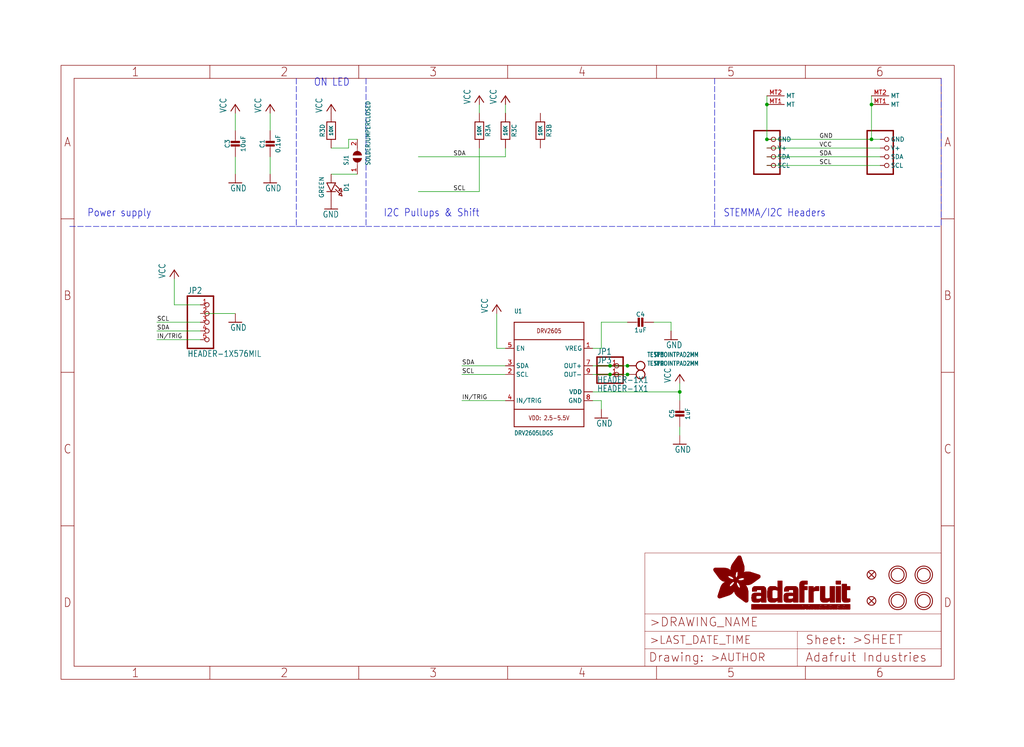
<source format=kicad_sch>
(kicad_sch (version 20211123) (generator eeschema)
  (paper "User" 298.45 217.881)
  (lib_symbols
    (symbol "eagleSchem-eagle-import:CAP_CERAMIC0603_NO"
      (property "Reference" "C" (at -2.29 1.25 90))
      (property "Value" "CAP_CERAMIC0603_NO" (at 2.3 1.25 90))
      (symbol "CAP_CERAMIC0603_NO_1_0"
        (pin passive line (at 0 5.08 270) (length 2.54) (name "1") (number "1"))
        (pin passive line (at 0 -2.54 90) (length 2.54) (name "2") (number "2"))
      )
    )
    (symbol "eagleSchem-eagle-import:CAP_CERAMIC0805-NOOUTLINE"
      (property "Reference" "C" (at -2.29 1.25 90))
      (property "Value" "CAP_CERAMIC0805-NOOUTLINE" (at 2.3 1.25 90))
      (symbol "CAP_CERAMIC0805-NOOUTLINE_1_0"
        (pin passive line (at 0 5.08 270) (length 2.54) (name "1") (number "1"))
        (pin passive line (at 0 -2.54 90) (length 2.54) (name "2") (number "2"))
      )
    )
    (symbol "eagleSchem-eagle-import:DRV2605_SOP"
      (property "Reference" "U" (at -10.16 17.78 0))
      (property "Value" "DRV2605_SOP" (at -10.16 -17.78 0))
      (symbol "DRV2605_SOP_1_0"
        (text "DRV2605" (at 0 12.7 0) (effects (font (size 1.27 1.0795))))
        (text "VDD: 2.5-5.5V" (at 0 -12.7 0) (effects (font (size 1.27 1.0795))))
        (pin output line (at 12.7 7.62 180) (length 2.54) (name "VREG") (number "1"))
        (pin power_in line (at 12.7 -5.08 180) (length 2.54) (name "VDD") (number "10"))
        (pin input line (at -12.7 0 0) (length 2.54) (name "SCL") (number "2"))
        (pin bidirectional line (at -12.7 2.54 0) (length 2.54) (name "SDA") (number "3"))
        (pin input line (at -12.7 -7.62 0) (length 2.54) (name "IN/TRIG") (number "4"))
        (pin input line (at -12.7 7.62 0) (length 2.54) (name "EN") (number "5"))
        (pin power_in line (at 12.7 -5.08 180) (length 2.54) (name "VDD") (number "6"))
        (pin output line (at 12.7 2.54 180) (length 2.54) (name "OUT+") (number "7"))
        (pin power_in line (at 12.7 -7.62 180) (length 2.54) (name "GND") (number "8"))
        (pin output line (at 12.7 0 180) (length 2.54) (name "OUT-") (number "9"))
      )
    )
    (symbol "eagleSchem-eagle-import:FIDUCIAL_1MM")
    (symbol "eagleSchem-eagle-import:FRAME_A4_ADAFRUIT"
      (symbol "FRAME_A4_ADAFRUIT_0_0"
        (text "1" (at 21.6958 1.905 0) (effects (font (size 2.54 2.286))))
        (text "1" (at 21.6958 177.165 0) (effects (font (size 2.54 2.286))))
        (text "2" (at 65.0875 1.905 0) (effects (font (size 2.54 2.286))))
        (text "2" (at 65.0875 177.165 0) (effects (font (size 2.54 2.286))))
        (text "3" (at 108.4792 1.905 0) (effects (font (size 2.54 2.286))))
        (text "3" (at 108.4792 177.165 0) (effects (font (size 2.54 2.286))))
        (text "4" (at 151.8708 1.905 0) (effects (font (size 2.54 2.286))))
        (text "4" (at 151.8708 177.165 0) (effects (font (size 2.54 2.286))))
        (text "5" (at 195.2625 1.905 0) (effects (font (size 2.54 2.286))))
        (text "5" (at 195.2625 177.165 0) (effects (font (size 2.54 2.286))))
        (text "6" (at 238.6542 1.905 0) (effects (font (size 2.54 2.286))))
        (text "6" (at 238.6542 177.165 0) (effects (font (size 2.54 2.286))))
        (text "A" (at 1.905 156.6863 0) (effects (font (size 2.54 2.286))))
        (text "A" (at 258.445 156.6863 0) (effects (font (size 2.54 2.286))))
        (text "B" (at 1.905 111.9188 0) (effects (font (size 2.54 2.286))))
        (text "B" (at 258.445 111.9188 0) (effects (font (size 2.54 2.286))))
        (text "C" (at 1.905 67.1513 0) (effects (font (size 2.54 2.286))))
        (text "C" (at 258.445 67.1513 0) (effects (font (size 2.54 2.286))))
        (text "D" (at 1.905 22.3838 0) (effects (font (size 2.54 2.286))))
        (text "D" (at 258.445 22.3838 0) (effects (font (size 2.54 2.286))))
      )
      (symbol "FRAME_A4_ADAFRUIT_1_0"
        (text ">AUTHOR" (at 189.23 5.08 0) (effects (font (size 2.286 2.286)) (justify left bottom)))
        (text ">DRAWING_NAME" (at 171.45 15.24 0) (effects (font (size 2.54 2.54)) (justify left bottom)))
        (text ">LAST_DATE_TIME" (at 171.45 10.16 0) (effects (font (size 2.286 2.286)) (justify left bottom)))
        (text ">SHEET" (at 230.505 10.16 0) (effects (font (size 2.54 2.54)) (justify left bottom)))
        (text "Adafruit Industries" (at 216.916 4.953 0) (effects (font (size 2.54 2.54)) (justify left bottom)))
        (text "Drawing:" (at 171.196 4.953 0) (effects (font (size 2.54 2.54)) (justify left bottom)))
        (text "Sheet:" (at 216.916 10.033 0) (effects (font (size 2.54 2.54)) (justify left bottom)))
      )
    )
    (symbol "eagleSchem-eagle-import:GND" (power)
      (property "Value" "GND" (at -2.54 -2.54 0))
      (symbol "GND_1_0"
        (pin power_in line (at 0 2.54 270) (length 2.54) (name "GND") (number "1"))
      )
    )
    (symbol "eagleSchem-eagle-import:HEADER-1X1"
      (property "Reference" "JP" (at -6.35 3.175 0))
      (property "Value" "HEADER-1X1" (at -6.35 -5.08 0))
      (symbol "HEADER-1X1_1_0"
        (pin passive inverted (at -2.54 0 0) (length 2.54) (name "1") (number "1"))
      )
    )
    (symbol "eagleSchem-eagle-import:HEADER-1X576MIL"
      (property "Reference" "JP" (at -6.35 8.255 0))
      (property "Value" "HEADER-1X576MIL" (at -6.35 -10.16 0))
      (symbol "HEADER-1X576MIL_1_0"
        (pin passive inverted (at -2.54 5.08 0) (length 2.54) (name "1") (number "1"))
        (pin passive inverted (at -2.54 2.54 0) (length 2.54) (name "2") (number "2"))
        (pin passive inverted (at -2.54 0 0) (length 2.54) (name "3") (number "3"))
        (pin passive inverted (at -2.54 -2.54 0) (length 2.54) (name "4") (number "4"))
        (pin passive inverted (at -2.54 -5.08 0) (length 2.54) (name "5") (number "5"))
      )
    )
    (symbol "eagleSchem-eagle-import:LED0603_NOOUTLINE"
      (property "Reference" "D" (at -1.27 4.445 0))
      (property "Value" "LED0603_NOOUTLINE" (at -1.27 -2.794 0))
      (symbol "LED0603_NOOUTLINE_1_0"
        (pin passive line (at -5.08 0 0) (length 2.54) (name "A") (number "A"))
        (pin passive line (at 2.54 0 180) (length 2.54) (name "C") (number "C"))
      )
    )
    (symbol "eagleSchem-eagle-import:MOUNTINGHOLE2.5")
    (symbol "eagleSchem-eagle-import:RESISTOR_4PACK"
      (property "Reference" "R" (at 0 2.54 0))
      (property "Value" "RESISTOR_4PACK" (at 0 0 0))
      (symbol "RESISTOR_4PACK_1_0"
        (pin passive line (at -5.08 0 0) (length 2.54) (name "1") (number "1"))
        (pin passive line (at 5.08 0 180) (length 2.54) (name "2") (number "8"))
      )
      (symbol "RESISTOR_4PACK_2_0"
        (pin passive line (at -5.08 0 0) (length 2.54) (name "1") (number "2"))
        (pin passive line (at 5.08 0 180) (length 2.54) (name "2") (number "7"))
      )
      (symbol "RESISTOR_4PACK_3_0"
        (pin passive line (at -5.08 0 0) (length 2.54) (name "1") (number "3"))
        (pin passive line (at 5.08 0 180) (length 2.54) (name "2") (number "6"))
      )
      (symbol "RESISTOR_4PACK_4_0"
        (pin passive line (at -5.08 0 0) (length 2.54) (name "1") (number "4"))
        (pin passive line (at 5.08 0 180) (length 2.54) (name "2") (number "5"))
      )
    )
    (symbol "eagleSchem-eagle-import:SOLDERJUMPERCLOSED"
      (property "Reference" "SJ" (at -2.54 2.54 0))
      (property "Value" "SOLDERJUMPERCLOSED" (at -2.54 -3.81 0))
      (symbol "SOLDERJUMPERCLOSED_1_0"
        (pin passive line (at -5.08 0 0) (length 2.54) (name "1") (number "1"))
        (pin passive line (at 5.08 0 180) (length 2.54) (name "2") (number "2"))
      )
    )
    (symbol "eagleSchem-eagle-import:STEMMA_I2C_QT"
      (symbol "STEMMA_I2C_QT_1_0"
        (pin passive inverted (at 0 5.08 0) (length 2.54) (name "GND") (number "1"))
        (pin passive inverted (at 0 2.54 0) (length 2.54) (name "V+") (number "2"))
        (pin passive inverted (at 0 0 0) (length 2.54) (name "SDA") (number "3"))
        (pin passive inverted (at 0 -2.54 0) (length 2.54) (name "SCL") (number "4"))
      )
      (symbol "STEMMA_I2C_QT_2_0"
        (pin bidirectional line (at 0 0 0) (length 5.08) (name "MT") (number "MT1"))
      )
      (symbol "STEMMA_I2C_QT_3_0"
        (pin bidirectional line (at 0 0 0) (length 5.08) (name "MT") (number "MT2"))
      )
    )
    (symbol "eagleSchem-eagle-import:TESTPOINTPAD2MM"
      (property "Reference" "TP" (at 0 5.588 90))
      (property "Value" "TESTPOINTPAD2MM" (at 1.651 5.588 90))
      (symbol "TESTPOINTPAD2MM_1_0"
        (pin bidirectional line (at 0 0 90) (length 2.54) (name "P$1") (number "P$1"))
      )
    )
    (symbol "eagleSchem-eagle-import:VCC" (power)
      (property "Value" "VCC" (at -2.54 -2.54 90))
      (symbol "VCC_1_0"
        (pin power_in line (at 0 -2.54 90) (length 2.54) (name "VCC") (number "1"))
      )
    )
  )
  (junction (at 177.8 109.22))
  (junction (at 254 40.64))
  (junction (at 254 30.48))
  (junction (at 182.88 106.68))
  (junction (at 182.88 109.22))
  (junction (at 223.52 30.48))
  (junction (at 177.8 106.68))
  (junction (at 223.52 40.64))
  (junction (at 198.12 114.3))
  (wire (pts (xy 177.8 109.22) (xy 182.88 109.22)))
  (wire (pts (xy 254 40.64) (xy 223.52 40.64)))
  (wire (pts (xy 175.26 116.84) (xy 175.26 119.38)))
  (wire (pts (xy 96.52 43.18) (xy 101.6 43.18)))
  (wire (pts (xy 172.72 114.3) (xy 198.12 114.3)))
  (wire (pts (xy 172.72 106.68) (xy 177.8 106.68)))
  (wire (pts (xy 172.72 109.22) (xy 177.8 109.22)))
  (wire (pts (xy 147.32 33.02) (xy 147.32 30.48)))
  (wire (pts (xy 198.12 114.3) (xy 198.12 116.84)))
  (wire (pts (xy 254 30.48) (xy 254 40.64)))
  (wire (pts (xy 58.42 93.98) (xy 45.72 93.98)))
  (wire (pts (xy 223.52 48.26) (xy 256.54 48.26)))
  (wire (pts (xy 175.26 93.98) (xy 182.88 93.98)))
  (wire (pts (xy 50.8 88.9) (xy 50.8 81.28)))
  (wire (pts (xy 254 27.94) (xy 254 30.48)))
  (wire (pts (xy 147.32 43.18) (xy 147.32 45.72)))
  (polyline (pts (xy 274.32 22.86) (xy 274.32 66.04)))
  (wire (pts (xy 147.32 116.84) (xy 134.62 116.84)))
  (wire (pts (xy 58.42 96.52) (xy 45.72 96.52)))
  (wire (pts (xy 177.8 106.68) (xy 182.88 106.68)))
  (wire (pts (xy 172.72 101.6) (xy 175.26 101.6)))
  (wire (pts (xy 96.52 50.8) (xy 104.14 50.8)))
  (wire (pts (xy 256.54 45.72) (xy 223.52 45.72)))
  (wire (pts (xy 223.52 43.18) (xy 256.54 43.18)))
  (wire (pts (xy 256.54 40.64) (xy 254 40.64)))
  (polyline (pts (xy 86.36 66.04) (xy 106.68 66.04)))
  (wire (pts (xy 139.7 30.48) (xy 139.7 33.02)))
  (wire (pts (xy 198.12 114.3) (xy 198.12 111.76)))
  (polyline (pts (xy 20.32 66.04) (xy 86.36 66.04)))
  (wire (pts (xy 78.74 33.02) (xy 78.74 38.1)))
  (wire (pts (xy 195.58 93.98) (xy 195.58 96.52)))
  (wire (pts (xy 139.7 43.18) (xy 139.7 55.88)))
  (wire (pts (xy 172.72 116.84) (xy 175.26 116.84)))
  (wire (pts (xy 198.12 124.46) (xy 198.12 127)))
  (wire (pts (xy 101.6 40.64) (xy 104.14 40.64)))
  (wire (pts (xy 147.32 45.72) (xy 121.92 45.72)))
  (wire (pts (xy 58.42 99.06) (xy 45.72 99.06)))
  (wire (pts (xy 190.5 93.98) (xy 195.58 93.98)))
  (wire (pts (xy 101.6 43.18) (xy 101.6 40.64)))
  (wire (pts (xy 68.58 33.02) (xy 68.58 38.1)))
  (wire (pts (xy 68.58 45.72) (xy 68.58 50.8)))
  (wire (pts (xy 223.52 30.48) (xy 223.52 40.64)))
  (wire (pts (xy 147.32 109.22) (xy 134.62 109.22)))
  (wire (pts (xy 58.42 88.9) (xy 50.8 88.9)))
  (wire (pts (xy 78.74 45.72) (xy 78.74 50.8)))
  (wire (pts (xy 144.78 101.6) (xy 144.78 91.44)))
  (polyline (pts (xy 86.36 22.86) (xy 86.36 66.04)))
  (wire (pts (xy 223.52 27.94) (xy 223.52 30.48)))
  (wire (pts (xy 139.7 55.88) (xy 121.92 55.88)))
  (polyline (pts (xy 106.68 22.86) (xy 106.68 66.04)))
  (wire (pts (xy 58.42 91.44) (xy 68.58 91.44)))
  (polyline (pts (xy 106.68 66.04) (xy 208.28 66.04)))
  (wire (pts (xy 147.32 101.6) (xy 144.78 101.6)))
  (wire (pts (xy 147.32 106.68) (xy 134.62 106.68)))
  (polyline (pts (xy 208.28 66.04) (xy 274.32 66.04)))
  (wire (pts (xy 175.26 101.6) (xy 175.26 93.98)))
  (polyline (pts (xy 208.28 22.86) (xy 208.28 66.04)))
  (text "STEMMA/I2C Headers" (at 210.82 63.5 180) (effects (font (size 2.1844 1.8567)) (justify left bottom)))
  (text "I2C Pullups & Shift" (at 111.76 63.5 180) (effects (font (size 2.1844 1.8567)) (justify left bottom)))
  (text "ON LED" (at 91.44 25.4 180) (effects (font (size 2.1844 1.8567)) (justify left bottom)))
  (text "Power supply" (at 25.4 63.5 180) (effects (font (size 2.1844 1.8567)) (justify left bottom)))
  (label "SDA" (at 134.62 106.68 0) (effects (font (size 1.2446 1.2446))))
  (label "VCC" (at 238.76 43.18 0) (effects (font (size 1.2446 1.2446))))
  (label "GND" (at 238.76 40.64 0) (effects (font (size 1.2446 1.2446))))
  (label "SDA" (at 238.76 45.72 0) (effects (font (size 1.2446 1.2446))))
  (label "SCL" (at 238.76 48.26 0) (effects (font (size 1.2446 1.2446))))
  (label "IN/TRIG" (at 134.62 116.84 0) (effects (font (size 1.2446 1.2446))))
  (label "SCL" (at 45.72 93.98 0) (effects (font (size 1.2446 1.2446))))
  (label "SDA" (at 45.72 96.52 0) (effects (font (size 1.2446 1.2446))))
  (label "SDA" (at 132.08 45.72 0) (effects (font (size 1.2446 1.2446))))
  (label "SCL" (at 134.62 109.22 0) (effects (font (size 1.2446 1.2446))))
  (label "SCL" (at 132.08 55.88 0) (effects (font (size 1.2446 1.2446))))
  (label "IN/TRIG" (at 45.72 99.06 0) (effects (font (size 1.2446 1.2446))))
  (symbol (lib_id "eagleSchem-eagle-import:CAP_CERAMIC0805-NOOUTLINE") (at 68.58 43.18 0) (unit 1)
    (property "Reference" "C3" (at 66.29 41.93 90))
    (property "Value" "10uF" (at 70.88 41.93 90))
    (property "Footprint" "eagleSchem:0805-NO" (effects hide))
  )
  (symbol (lib_id "eagleSchem-eagle-import:RESISTOR_4PACK") (at 96.52 38.1 90) (unit 4)
    (property "Reference" "R3" (at 93.98 38.1 0))
    (property "Value" "10K" (at 96.52 38.1 0) (effects (font (size 1.016 1.016) bold)))
    (property "Footprint" "eagleSchem:RESPACK_4X0603" (effects hide))
  )
  (symbol (lib_id "eagleSchem-eagle-import:TESTPOINTPAD2MM") (at 182.88 109.22 270) (unit 1)
    (property "Reference" "TP2" (at 190.5 106.68 90) (effects (font (size 1.27 1.0795)) (justify left bottom)))
    (property "Value" "TESTPOINTPAD2MM" (at 188.595 106.68 90) (effects (font (size 1.27 1.0795)) (justify left bottom)))
    (property "Footprint" "eagleSchem:TESTPOINT_PAD_2MM" (effects hide))
  )
  (symbol (lib_id "eagleSchem-eagle-import:VCC") (at 198.12 109.22 0) (unit 1)
    (property "Reference" "#P+7" (effects hide))
    (property "Value" "VCC" (at 195.58 111.76 90) (effects (font (size 1.778 1.5113)) (justify left bottom)))
    (property "Footprint" "eagleSchem:" (effects hide))
  )
  (symbol (lib_id "eagleSchem-eagle-import:CAP_CERAMIC0603_NO") (at 185.42 93.98 270) (unit 1)
    (property "Reference" "C4" (at 186.67 91.69 90))
    (property "Value" "1uF" (at 186.67 96.28 90))
    (property "Footprint" "eagleSchem:0603-NO" (effects hide))
  )
  (symbol (lib_id "eagleSchem-eagle-import:VCC") (at 139.7 27.94 0) (unit 1)
    (property "Reference" "#P+1" (effects hide))
    (property "Value" "VCC" (at 137.16 30.48 90) (effects (font (size 1.778 1.5113)) (justify left bottom)))
    (property "Footprint" "eagleSchem:" (effects hide))
  )
  (symbol (lib_id "eagleSchem-eagle-import:FRAME_A4_ADAFRUIT") (at 17.78 198.12 0) (unit 1)
    (property "Reference" "#U$18" (effects hide))
    (property "Value" "FRAME_A4_ADAFRUIT" (effects hide))
    (property "Footprint" "eagleSchem:" (effects hide))
  )
  (symbol (lib_id "eagleSchem-eagle-import:VCC") (at 68.58 30.48 0) (unit 1)
    (property "Reference" "#P+3" (effects hide))
    (property "Value" "VCC" (at 66.04 33.02 90) (effects (font (size 1.778 1.5113)) (justify left bottom)))
    (property "Footprint" "eagleSchem:" (effects hide))
  )
  (symbol (lib_id "eagleSchem-eagle-import:GND") (at 68.58 53.34 0) (unit 1)
    (property "Reference" "#U$5" (effects hide))
    (property "Value" "GND" (at 67.056 55.88 0) (effects (font (size 1.778 1.5113)) (justify left bottom)))
    (property "Footprint" "eagleSchem:" (effects hide))
  )
  (symbol (lib_id "eagleSchem-eagle-import:LED0603_NOOUTLINE") (at 96.52 55.88 270) (unit 1)
    (property "Reference" "D1" (at 100.965 54.61 0))
    (property "Value" "GREEN" (at 93.726 54.61 0))
    (property "Footprint" "eagleSchem:CHIPLED_0603_NOOUTLINE" (effects hide))
  )
  (symbol (lib_id "eagleSchem-eagle-import:HEADER-1X1") (at 180.34 106.68 0) (unit 1)
    (property "Reference" "JP1" (at 173.99 103.505 0) (effects (font (size 1.778 1.5113)) (justify left bottom)))
    (property "Value" "HEADER-1X1" (at 173.99 111.76 0) (effects (font (size 1.778 1.5113)) (justify left bottom)))
    (property "Footprint" "eagleSchem:1X01_OVAL" (effects hide))
  )
  (symbol (lib_id "eagleSchem-eagle-import:CAP_CERAMIC0603_NO") (at 78.74 43.18 0) (unit 1)
    (property "Reference" "C1" (at 76.45 41.93 90))
    (property "Value" "0.1uF" (at 81.04 41.93 90))
    (property "Footprint" "eagleSchem:0603-NO" (effects hide))
  )
  (symbol (lib_id "eagleSchem-eagle-import:CAP_CERAMIC0603_NO") (at 198.12 121.92 0) (unit 1)
    (property "Reference" "C5" (at 195.83 120.67 90))
    (property "Value" "1uF" (at 200.42 120.67 90))
    (property "Footprint" "eagleSchem:0603-NO" (effects hide))
  )
  (symbol (lib_id "eagleSchem-eagle-import:VCC") (at 144.78 88.9 0) (unit 1)
    (property "Reference" "#P+8" (effects hide))
    (property "Value" "VCC" (at 142.24 91.44 90) (effects (font (size 1.778 1.5113)) (justify left bottom)))
    (property "Footprint" "eagleSchem:" (effects hide))
  )
  (symbol (lib_id "eagleSchem-eagle-import:STEMMA_I2C_QT") (at 256.54 45.72 0) (unit 1)
    (property "Reference" "CONN4" (effects hide))
    (property "Value" "STEMMA_I2C_QT" (effects hide))
    (property "Footprint" "eagleSchem:JST_SH4" (effects hide))
  )
  (symbol (lib_id "eagleSchem-eagle-import:STEMMA_I2C_QT") (at 223.52 27.94 0) (unit 3)
    (property "Reference" "CONN3" (effects hide))
    (property "Value" "STEMMA_I2C_QT" (effects hide))
    (property "Footprint" "eagleSchem:JST_SH4" (effects hide))
  )
  (symbol (lib_id "eagleSchem-eagle-import:RESISTOR_4PACK") (at 139.7 38.1 270) (unit 1)
    (property "Reference" "R3" (at 142.24 38.1 0))
    (property "Value" "10K" (at 139.7 38.1 0) (effects (font (size 1.016 1.016) bold)))
    (property "Footprint" "eagleSchem:RESPACK_4X0603" (effects hide))
  )
  (symbol (lib_id "eagleSchem-eagle-import:SOLDERJUMPERCLOSED") (at 104.14 45.72 90) (unit 1)
    (property "Reference" "SJ1" (at 101.6 48.26 0) (effects (font (size 1.27 1.0795)) (justify left bottom)))
    (property "Value" "SOLDERJUMPERCLOSED" (at 107.95 48.26 0) (effects (font (size 1.27 1.0795)) (justify left bottom)))
    (property "Footprint" "eagleSchem:SOLDERJUMPER_CLOSEDWIRE" (effects hide))
  )
  (symbol (lib_id "eagleSchem-eagle-import:MOUNTINGHOLE2.5") (at 261.62 167.64 0) (unit 1)
    (property "Reference" "U$17" (effects hide))
    (property "Value" "MOUNTINGHOLE2.5" (effects hide))
    (property "Footprint" "eagleSchem:MOUNTINGHOLE_2.5_PLATED" (effects hide))
  )
  (symbol (lib_id "eagleSchem-eagle-import:RESISTOR_4PACK") (at 157.48 38.1 270) (unit 2)
    (property "Reference" "R3" (at 160.02 38.1 0))
    (property "Value" "10K" (at 157.48 38.1 0) (effects (font (size 1.016 1.016) bold)))
    (property "Footprint" "eagleSchem:RESPACK_4X0603" (effects hide))
  )
  (symbol (lib_id "eagleSchem-eagle-import:GND") (at 175.26 121.92 0) (unit 1)
    (property "Reference" "#U$8" (effects hide))
    (property "Value" "GND" (at 173.736 124.46 0) (effects (font (size 1.778 1.5113)) (justify left bottom)))
    (property "Footprint" "eagleSchem:" (effects hide))
  )
  (symbol (lib_id "eagleSchem-eagle-import:FIDUCIAL_1MM") (at 254 175.26 0) (unit 1)
    (property "Reference" "FID3" (effects hide))
    (property "Value" "FIDUCIAL_1MM" (effects hide))
    (property "Footprint" "eagleSchem:FIDUCIAL_1MM" (effects hide))
  )
  (symbol (lib_id "eagleSchem-eagle-import:TESTPOINTPAD2MM") (at 182.88 109.22 270) (unit 1)
    (property "Reference" "TP4" (at 190.5 106.68 90) (effects (font (size 1.27 1.0795)) (justify left bottom)))
    (property "Value" "TESTPOINTPAD2MM" (at 188.595 106.68 90) (effects (font (size 1.27 1.0795)) (justify left bottom)))
    (property "Footprint" "eagleSchem:TESTPOINT_PAD_2MM" (effects hide))
  )
  (symbol (lib_id "eagleSchem-eagle-import:TESTPOINTPAD2MM") (at 182.88 106.68 270) (unit 1)
    (property "Reference" "TP3" (at 190.5 104.14 90) (effects (font (size 1.27 1.0795)) (justify left bottom)))
    (property "Value" "TESTPOINTPAD2MM" (at 188.595 104.14 90) (effects (font (size 1.27 1.0795)) (justify left bottom)))
    (property "Footprint" "eagleSchem:TESTPOINT_PAD_2MM" (effects hide))
  )
  (symbol (lib_id "eagleSchem-eagle-import:GND") (at 78.74 53.34 0) (unit 1)
    (property "Reference" "#U$6" (effects hide))
    (property "Value" "GND" (at 77.216 55.88 0) (effects (font (size 1.778 1.5113)) (justify left bottom)))
    (property "Footprint" "eagleSchem:" (effects hide))
  )
  (symbol (lib_id "eagleSchem-eagle-import:STEMMA_I2C_QT") (at 254 30.48 0) (unit 2)
    (property "Reference" "CONN4" (effects hide))
    (property "Value" "STEMMA_I2C_QT" (effects hide))
    (property "Footprint" "eagleSchem:JST_SH4" (effects hide))
  )
  (symbol (lib_id "eagleSchem-eagle-import:STEMMA_I2C_QT") (at 223.52 30.48 0) (unit 2)
    (property "Reference" "CONN3" (effects hide))
    (property "Value" "STEMMA_I2C_QT" (effects hide))
    (property "Footprint" "eagleSchem:JST_SH4" (effects hide))
  )
  (symbol (lib_id "eagleSchem-eagle-import:HEADER-1X1") (at 180.34 109.22 0) (unit 1)
    (property "Reference" "JP3" (at 173.99 106.045 0) (effects (font (size 1.778 1.5113)) (justify left bottom)))
    (property "Value" "HEADER-1X1" (at 173.99 114.3 0) (effects (font (size 1.778 1.5113)) (justify left bottom)))
    (property "Footprint" "eagleSchem:1X01_OVAL" (effects hide))
  )
  (symbol (lib_id "eagleSchem-eagle-import:VCC") (at 96.52 30.48 0) (unit 1)
    (property "Reference" "#P+6" (effects hide))
    (property "Value" "VCC" (at 93.98 33.02 90) (effects (font (size 1.778 1.5113)) (justify left bottom)))
    (property "Footprint" "eagleSchem:" (effects hide))
  )
  (symbol (lib_id "eagleSchem-eagle-import:VCC") (at 50.8 78.74 0) (unit 1)
    (property "Reference" "#P+4" (effects hide))
    (property "Value" "VCC" (at 48.26 81.28 90) (effects (font (size 1.778 1.5113)) (justify left bottom)))
    (property "Footprint" "eagleSchem:" (effects hide))
  )
  (symbol (lib_id "eagleSchem-eagle-import:HEADER-1X576MIL") (at 60.96 93.98 0) (unit 1)
    (property "Reference" "JP2" (at 54.61 85.725 0) (effects (font (size 1.778 1.5113)) (justify left bottom)))
    (property "Value" "HEADER-1X576MIL" (at 54.61 104.14 0) (effects (font (size 1.778 1.5113)) (justify left bottom)))
    (property "Footprint" "eagleSchem:1X05_ROUND_76" (effects hide))
  )
  (symbol (lib_id "eagleSchem-eagle-import:VCC") (at 147.32 27.94 0) (unit 1)
    (property "Reference" "#P+2" (effects hide))
    (property "Value" "VCC" (at 144.78 30.48 90) (effects (font (size 1.778 1.5113)) (justify left bottom)))
    (property "Footprint" "eagleSchem:" (effects hide))
  )
  (symbol (lib_id "eagleSchem-eagle-import:MOUNTINGHOLE2.5") (at 269.24 175.26 0) (unit 1)
    (property "Reference" "U$21" (effects hide))
    (property "Value" "MOUNTINGHOLE2.5" (effects hide))
    (property "Footprint" "eagleSchem:MOUNTINGHOLE_2.5_PLATED" (effects hide))
  )
  (symbol (lib_id "eagleSchem-eagle-import:VCC") (at 78.74 30.48 0) (unit 1)
    (property "Reference" "#P+5" (effects hide))
    (property "Value" "VCC" (at 76.2 33.02 90) (effects (font (size 1.778 1.5113)) (justify left bottom)))
    (property "Footprint" "eagleSchem:" (effects hide))
  )
  (symbol (lib_id "eagleSchem-eagle-import:GND") (at 96.52 60.96 0) (unit 1)
    (property "Reference" "#GND6" (effects hide))
    (property "Value" "GND" (at 93.98 63.5 0) (effects (font (size 1.778 1.5113)) (justify left bottom)))
    (property "Footprint" "eagleSchem:" (effects hide))
  )
  (symbol (lib_id "eagleSchem-eagle-import:MOUNTINGHOLE2.5") (at 269.24 167.64 0) (unit 1)
    (property "Reference" "U$19" (effects hide))
    (property "Value" "MOUNTINGHOLE2.5" (effects hide))
    (property "Footprint" "eagleSchem:MOUNTINGHOLE_2.5_PLATED" (effects hide))
  )
  (symbol (lib_id "eagleSchem-eagle-import:STEMMA_I2C_QT") (at 254 27.94 0) (unit 3)
    (property "Reference" "CONN4" (effects hide))
    (property "Value" "STEMMA_I2C_QT" (effects hide))
    (property "Footprint" "eagleSchem:JST_SH4" (effects hide))
  )
  (symbol (lib_id "eagleSchem-eagle-import:TESTPOINTPAD2MM") (at 182.88 106.68 270) (unit 1)
    (property "Reference" "TP1" (at 190.5 104.14 90) (effects (font (size 1.27 1.0795)) (justify left bottom)))
    (property "Value" "TESTPOINTPAD2MM" (at 188.595 104.14 90) (effects (font (size 1.27 1.0795)) (justify left bottom)))
    (property "Footprint" "eagleSchem:TESTPOINT_PAD_2MM" (effects hide))
  )
  (symbol (lib_id "eagleSchem-eagle-import:GND") (at 195.58 99.06 0) (unit 1)
    (property "Reference" "#U$12" (effects hide))
    (property "Value" "GND" (at 194.056 101.6 0) (effects (font (size 1.778 1.5113)) (justify left bottom)))
    (property "Footprint" "eagleSchem:" (effects hide))
  )
  (symbol (lib_id "eagleSchem-eagle-import:RESISTOR_4PACK") (at 147.32 38.1 270) (unit 3)
    (property "Reference" "R3" (at 149.86 38.1 0))
    (property "Value" "10K" (at 147.32 38.1 0) (effects (font (size 1.016 1.016) bold)))
    (property "Footprint" "eagleSchem:RESPACK_4X0603" (effects hide))
  )
  (symbol (lib_id "eagleSchem-eagle-import:MOUNTINGHOLE2.5") (at 261.62 175.26 0) (unit 1)
    (property "Reference" "U$1" (effects hide))
    (property "Value" "MOUNTINGHOLE2.5" (effects hide))
    (property "Footprint" "eagleSchem:MOUNTINGHOLE_2.5_PLATED" (effects hide))
  )
  (symbol (lib_id "eagleSchem-eagle-import:GND") (at 68.58 93.98 0) (unit 1)
    (property "Reference" "#U$10" (effects hide))
    (property "Value" "GND" (at 67.056 96.52 0) (effects (font (size 1.778 1.5113)) (justify left bottom)))
    (property "Footprint" "eagleSchem:" (effects hide))
  )
  (symbol (lib_id "eagleSchem-eagle-import:FIDUCIAL_1MM") (at 254 167.64 0) (unit 1)
    (property "Reference" "FID4" (effects hide))
    (property "Value" "FIDUCIAL_1MM" (effects hide))
    (property "Footprint" "eagleSchem:FIDUCIAL_1MM" (effects hide))
  )
  (symbol (lib_id "eagleSchem-eagle-import:GND") (at 198.12 129.54 0) (unit 1)
    (property "Reference" "#U$20" (effects hide))
    (property "Value" "GND" (at 196.596 132.08 0) (effects (font (size 1.778 1.5113)) (justify left bottom)))
    (property "Footprint" "eagleSchem:" (effects hide))
  )
  (symbol (lib_id "eagleSchem-eagle-import:STEMMA_I2C_QT") (at 223.52 45.72 0) (unit 1)
    (property "Reference" "CONN3" (effects hide))
    (property "Value" "STEMMA_I2C_QT" (effects hide))
    (property "Footprint" "eagleSchem:JST_SH4" (effects hide))
  )
  (symbol (lib_id "eagleSchem-eagle-import:DRV2605_SOP") (at 160.02 109.22 0) (unit 1)
    (property "Reference" "U1" (at 149.86 91.44 0) (effects (font (size 1.27 1.0795)) (justify left bottom)))
    (property "Value" "DRV2605LDGS" (at 149.86 127 0) (effects (font (size 1.27 1.0795)) (justify left bottom)))
    (property "Footprint" "eagleSchem:PSOP10" (effects hide))
  )
)
</source>
